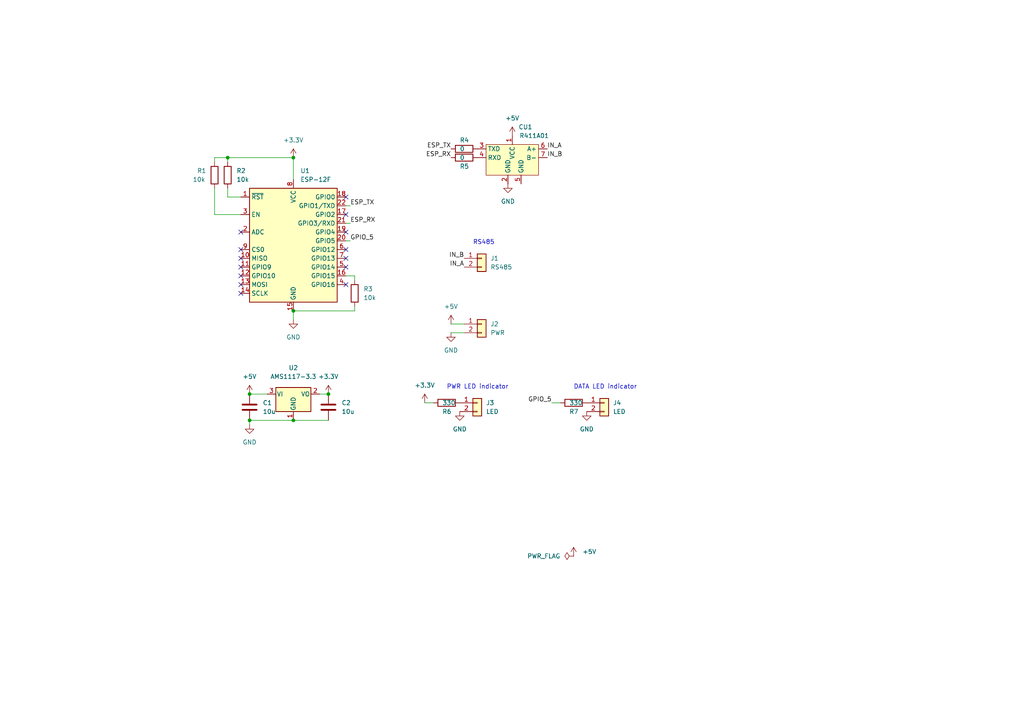
<source format=kicad_sch>
(kicad_sch (version 20211123) (generator eeschema)
  (paper "A4")
  (lib_symbols
    (symbol "-local:R411A01"
      (property "Reference" "CU" (at 10.16 0 0))
      (property "Value" "R411A01" (at 12.7 -2.54 0))
      (symbol "R411A01_0_1"
        (rectangle (start 0 -3.81) (end 15.24 -12.7) (fill (type background)))
      )
      (symbol "R411A01_1_1"
        (pin power_in line (at 7.62 -1.27 270) (length 2.54) (name "VCC") (number "1"))
        (pin power_in line (at 6.35 -15.24 90) (length 2.54) (name "GND") (number "2"))
        (pin bidirectional line (at -2.54 -5.08 0) (length 2.54) (name "TXD") (number "3"))
        (pin bidirectional line (at -2.54 -7.62 0) (length 2.54) (name "RXD") (number "4"))
        (pin power_in line (at 10.16 -15.24 90) (length 2.54) (name "GND") (number "5"))
        (pin bidirectional line (at 17.78 -5.08 180) (length 2.54) (name "A+") (number "6"))
        (pin bidirectional line (at 17.78 -7.62 180) (length 2.54) (name "B-") (number "7"))
      )
    )
    (symbol "Connector_Generic:Conn_01x02" (pin_names (offset 1.016) hide)
      (property "Reference" "J" (at 0 2.54 0))
      (property "Value" "Conn_01x02" (at 0 -5.08 0))
      (symbol "Conn_01x02_1_1"
        (rectangle (start -1.27 -2.413) (end 0 -2.667) (stroke (width 0.1524)))
        (rectangle (start -1.27 0.127) (end 0 -0.127) (stroke (width 0.1524)))
        (rectangle (start -1.27 1.27) (end 1.27 -3.81) (stroke (width 0.254)) (fill (type background)))
        (pin passive line (at -5.08 0 0) (length 3.81) (name "Pin_1") (number "1"))
        (pin passive line (at -5.08 -2.54 0) (length 3.81) (name "Pin_2") (number "2"))
      )
    )
    (symbol "Device:C" (pin_numbers hide) (pin_names (offset 0.254))
      (property "Reference" "C" (at 0.635 2.54 0))
      (property "Value" "C" (at 0.635 -2.54 0))
      (symbol "C_0_1"
        (polyline (pts (xy -2.032 -0.762) (xy 2.032 -0.762)) (stroke (width 0.508)))
        (polyline (pts (xy -2.032 0.762) (xy 2.032 0.762)) (stroke (width 0.508)))
      )
      (symbol "C_1_1"
        (pin passive line (at 0 3.81 270) (length 2.794) (name "~") (number "1"))
        (pin passive line (at 0 -3.81 90) (length 2.794) (name "~") (number "2"))
      )
    )
    (symbol "Device:R" (pin_numbers hide) (pin_names (offset 0))
      (property "Reference" "R" (at 2.032 0 90))
      (property "Value" "R" (at 0 0 90))
      (symbol "R_0_1"
        (rectangle (start -1.016 -2.54) (end 1.016 2.54) (stroke (width 0.254)))
      )
      (symbol "R_1_1"
        (pin passive line (at 0 3.81 270) (length 1.27) (name "~") (number "1"))
        (pin passive line (at 0 -3.81 90) (length 1.27) (name "~") (number "2"))
      )
    )
    (symbol "RF_Module:ESP-12F"
      (property "Reference" "U" (at -12.7 19.05 0))
      (property "Value" "ESP-12F" (at 12.7 19.05 0))
      (symbol "ESP-12F_0_1"
        (rectangle (start -12.7 17.78) (end 12.7 -15.24) (stroke (width 0.254)) (fill (type background)))
      )
      (symbol "ESP-12F_1_1"
        (pin input line (at -15.24 15.24 0) (length 2.54) (name "~{RST}") (number "1"))
        (pin bidirectional line (at -15.24 -2.54 0) (length 2.54) (name "MISO") (number "10"))
        (pin bidirectional line (at -15.24 -5.08 0) (length 2.54) (name "GPIO9") (number "11"))
        (pin bidirectional line (at -15.24 -7.62 0) (length 2.54) (name "GPIO10") (number "12"))
        (pin bidirectional line (at -15.24 -10.16 0) (length 2.54) (name "MOSI") (number "13"))
        (pin bidirectional line (at -15.24 -12.7 0) (length 2.54) (name "SCLK") (number "14"))
        (pin power_in line (at 0 -17.78 90) (length 2.54) (name "GND") (number "15"))
        (pin bidirectional line (at 15.24 -7.62 180) (length 2.54) (name "GPIO15") (number "16"))
        (pin bidirectional line (at 15.24 10.16 180) (length 2.54) (name "GPIO2") (number "17"))
        (pin bidirectional line (at 15.24 15.24 180) (length 2.54) (name "GPIO0") (number "18"))
        (pin bidirectional line (at 15.24 5.08 180) (length 2.54) (name "GPIO4") (number "19"))
        (pin input line (at -15.24 5.08 0) (length 2.54) (name "ADC") (number "2"))
        (pin bidirectional line (at 15.24 2.54 180) (length 2.54) (name "GPIO5") (number "20"))
        (pin bidirectional line (at 15.24 7.62 180) (length 2.54) (name "GPIO3/RXD") (number "21"))
        (pin bidirectional line (at 15.24 12.7 180) (length 2.54) (name "GPIO1/TXD") (number "22"))
        (pin input line (at -15.24 10.16 0) (length 2.54) (name "EN") (number "3"))
        (pin bidirectional line (at 15.24 -10.16 180) (length 2.54) (name "GPIO16") (number "4"))
        (pin bidirectional line (at 15.24 -5.08 180) (length 2.54) (name "GPIO14") (number "5"))
        (pin bidirectional line (at 15.24 0 180) (length 2.54) (name "GPIO12") (number "6"))
        (pin bidirectional line (at 15.24 -2.54 180) (length 2.54) (name "GPIO13") (number "7"))
        (pin power_in line (at 0 20.32 270) (length 2.54) (name "VCC") (number "8"))
        (pin input line (at -15.24 0 0) (length 2.54) (name "CS0") (number "9"))
      )
    )
    (symbol "Regulator_Linear:AMS1117-3.3" (pin_names (offset 0.254))
      (property "Reference" "U" (at -3.81 3.175 0))
      (property "Value" "AMS1117-3.3" (at 0 3.175 0))
      (symbol "AMS1117-3.3_0_1"
        (rectangle (start -5.08 -5.08) (end 5.08 1.905) (stroke (width 0.254)) (fill (type background)))
      )
      (symbol "AMS1117-3.3_1_1"
        (pin power_in line (at 0 -7.62 90) (length 2.54) (name "GND") (number "1"))
        (pin power_out line (at 7.62 0 180) (length 2.54) (name "VO") (number "2"))
        (pin power_in line (at -7.62 0 0) (length 2.54) (name "VI") (number "3"))
      )
    )
    (symbol "power:+3.3V" (power) (pin_names (offset 0))
      (property "Value" "+3.3V" (at 0 3.556 0))
      (symbol "+3.3V_0_1"
        (polyline (pts (xy -0.762 1.27) (xy 0 2.54)))
        (polyline (pts (xy 0 0) (xy 0 2.54)))
        (polyline (pts (xy 0 2.54) (xy 0.762 1.27)))
      )
      (symbol "+3.3V_1_1"
        (pin power_in line (at 0 0 90) (length 0) hide (name "+3.3V") (number "1"))
      )
    )
    (symbol "power:+5V" (power) (pin_names (offset 0))
      (property "Value" "+5V" (at 0 3.556 0))
      (symbol "+5V_0_1"
        (polyline (pts (xy -0.762 1.27) (xy 0 2.54)))
        (polyline (pts (xy 0 0) (xy 0 2.54)))
        (polyline (pts (xy 0 2.54) (xy 0.762 1.27)))
      )
      (symbol "+5V_1_1"
        (pin power_in line (at 0 0 90) (length 0) hide (name "+5V") (number "1"))
      )
    )
    (symbol "power:GND" (power) (pin_names (offset 0))
      (property "Value" "GND" (at 0 -3.81 0))
      (symbol "GND_0_1"
        (polyline (pts (xy 0 0) (xy 0 -1.27) (xy 1.27 -1.27) (xy 0 -2.54) (xy -1.27 -1.27) (xy 0 -1.27)))
      )
      (symbol "GND_1_1"
        (pin power_in line (at 0 0 270) (length 0) hide (name "GND") (number "1"))
      )
    )
    (symbol "power:PWR_FLAG" (power) (pin_numbers hide) (pin_names (offset 0) hide)
      (property "Value" "PWR_FLAG" (at 0 3.81 0))
      (symbol "PWR_FLAG_0_0"
        (pin power_out line (at 0 0 90) (length 0) (name "pwr") (number "1"))
      )
      (symbol "PWR_FLAG_0_1"
        (polyline (pts (xy 0 0) (xy 0 1.27) (xy -1.016 1.905) (xy 0 2.54) (xy 1.016 1.905) (xy 0 1.27)))
      )
    )
  )
  (junction (at 72.39 114.3))
  (junction (at 95.25 114.3))
  (junction (at 72.39 121.92))
  (junction (at 85.09 90.17))
  (junction (at 85.09 45.72))
  (junction (at 85.09 121.92))
  (junction (at 66.04 45.72))
  (no_connect (at 100.33 67.31))
  (no_connect (at 69.85 74.93))
  (no_connect (at 100.33 74.93))
  (no_connect (at 100.33 72.39))
  (no_connect (at 100.33 82.55))
  (no_connect (at 100.33 62.23))
  (no_connect (at 100.33 57.15))
  (no_connect (at 100.33 77.47))
  (no_connect (at 69.85 77.47))
  (no_connect (at 69.85 72.39))
  (no_connect (at 69.85 82.55))
  (no_connect (at 69.85 67.31))
  (no_connect (at 69.85 80.01))
  (no_connect (at 69.85 85.09))
  (wire (pts (xy 123.19 116.84) (xy 125.73 116.84)))
  (wire (pts (xy 130.81 96.52) (xy 134.62 96.52)))
  (wire (pts (xy 102.87 80.01) (xy 102.87 81.28)))
  (wire (pts (xy 130.81 93.98) (xy 134.62 93.98)))
  (wire (pts (xy 62.23 46.99) (xy 62.23 45.72)))
  (wire (pts (xy 102.87 88.9) (xy 102.87 90.17)))
  (wire (pts (xy 101.6 59.69) (xy 100.33 59.69)))
  (wire (pts (xy 85.09 92.71) (xy 85.09 90.17)))
  (wire (pts (xy 160.02 116.84) (xy 162.56 116.84)))
  (wire (pts (xy 69.85 62.23) (xy 62.23 62.23)))
  (wire (pts (xy 85.09 121.92) (xy 95.25 121.92)))
  (wire (pts (xy 66.04 45.72) (xy 85.09 45.72)))
  (wire (pts (xy 66.04 45.72) (xy 66.04 46.99)))
  (wire (pts (xy 101.6 64.77) (xy 100.33 64.77)))
  (wire (pts (xy 72.39 123.19) (xy 72.39 121.92)))
  (wire (pts (xy 95.25 114.3) (xy 92.71 114.3)))
  (wire (pts (xy 72.39 114.3) (xy 77.47 114.3)))
  (wire (pts (xy 102.87 90.17) (xy 85.09 90.17)))
  (wire (pts (xy 101.6 69.85) (xy 100.33 69.85)))
  (wire (pts (xy 66.04 54.61) (xy 66.04 57.15)))
  (wire (pts (xy 72.39 121.92) (xy 85.09 121.92)))
  (wire (pts (xy 62.23 62.23) (xy 62.23 54.61)))
  (wire (pts (xy 66.04 57.15) (xy 69.85 57.15)))
  (wire (pts (xy 100.33 80.01) (xy 102.87 80.01)))
  (wire (pts (xy 62.23 45.72) (xy 66.04 45.72)))
  (wire (pts (xy 85.09 45.72) (xy 85.09 52.07)))
  (text "DATA LED indicator" (at 166.37 113.03 0) (effects (font (size 1.27 1.27)) (justify left bottom)))
  (text "PWR LED indicator" (at 129.54 113.03 0) (effects (font (size 1.27 1.27)) (justify left bottom)))
  (text "RS485\n" (at 137.16 71.12 0) (effects (font (size 1.27 1.27)) (justify left bottom)))
  (label "ESP_TX" (at 101.6 59.69 0))
  (label "ESP_RX" (at 101.6 64.77 0))
  (label "IN_B" (at 158.75 45.72 0))
  (label "IN_A" (at 158.75 43.18 0))
  (label "IN_B" (at 134.62 74.93 180))
  (label "GPIO_5" (at 101.6 69.85 0))
  (label "ESP_RX" (at 130.81 45.72 180))
  (label "GPIO_5" (at 160.02 116.84 180))
  (label "IN_A" (at 134.62 77.47 180))
  (label "ESP_TX" (at 130.81 43.18 180))
  (symbol (lib_id "power:+3.3V") (at 85.09 45.72 0) (unit 1)
    (property "Reference" "#PWR03" (effects hide))
    (property "Value" "+3.3V" (at 85.09 40.64 0))
  )
  (symbol (lib_id "Connector_Generic:Conn_01x02") (at 139.7 93.98 0) (unit 1)
    (property "Reference" "J2" (at 142.24 93.9799 0) (effects (justify left)))
    (property "Value" "PWR" (at 142.24 96.5199 0) (effects (justify left)))
    (property "Footprint" "-local:2pin_pad" (effects hide))
  )
  (symbol (lib_id "Device:C") (at 72.39 118.11 0) (unit 1)
    (property "Reference" "C1" (at 76.2 116.8399 0) (effects (justify left)))
    (property "Value" "10u" (at 76.2 119.3799 0) (effects (justify left)))
    (property "Footprint" "Capacitor_SMD:C_0805_2012Metric" (effects hide))
  )
  (symbol (lib_id "power:+5V") (at 148.59 39.37 0) (unit 1)
    (property "Reference" "#PWR06" (effects hide))
    (property "Value" "+5V" (at 148.59 34.29 0))
  )
  (symbol (lib_id "Device:R") (at 66.04 50.8 0) (unit 1)
    (property "Reference" "R2" (at 68.58 49.5299 0) (effects (justify left)))
    (property "Value" "10k" (at 68.58 52.0699 0) (effects (justify left)))
    (property "Footprint" "Resistor_SMD:R_0805_2012Metric" (effects hide))
  )
  (symbol (lib_id "Device:R") (at 102.87 85.09 0) (unit 1)
    (property "Reference" "R3" (at 105.41 83.8199 0) (effects (justify left)))
    (property "Value" "10k" (at 105.41 86.3599 0) (effects (justify left)))
    (property "Footprint" "Resistor_SMD:R_0805_2012Metric" (effects hide))
  )
  (symbol (lib_id "power:GND") (at 72.39 123.19 0) (unit 1)
    (property "Reference" "#PWR02" (effects hide))
    (property "Value" "GND" (at 72.39 128.27 0))
  )
  (symbol (lib_id "Connector_Generic:Conn_01x02") (at 175.26 116.84 0) (unit 1)
    (property "Reference" "J4" (at 177.8 116.8399 0) (effects (justify left)))
    (property "Value" "LED" (at 177.8 119.3799 0) (effects (justify left)))
    (property "Footprint" "LED_SMD:LED_0805_2012Metric_Pad1.15x1.40mm_HandSolder" (effects hide))
  )
  (symbol (lib_id "power:PWR_FLAG") (at 166.37 161.29 90) (unit 1)
    (property "Reference" "#FLG01" (effects hide))
    (property "Value" "PWR_FLAG" (at 162.56 161.2899 90) (effects (justify left)))
  )
  (symbol (lib_id "RF_Module:ESP-12F") (at 85.09 72.39 0) (unit 1)
    (property "Reference" "U1" (at 87.1094 49.53 0) (effects (justify left)))
    (property "Value" "ESP-12F" (at 87.1094 52.07 0) (effects (justify left)))
    (property "Footprint" "RF_Module:ESP-12E" (effects hide))
    (property "Datasheet" "http://wiki.ai-thinker.com/_media/esp8266/esp8266_series_modules_user_manual_v1.1.pdf" (effects hide))
  )
  (symbol (lib_id "Device:R") (at 129.54 116.84 90) (unit 1)
    (property "Reference" "R6" (at 128.27 119.38 90) (effects (justify right)))
    (property "Value" "330" (at 128.27 116.84 90) (effects (justify right)))
    (property "Footprint" "Resistor_SMD:R_0805_2012Metric" (effects hide))
  )
  (symbol (lib_id "power:GND") (at 130.81 96.52 0) (unit 1)
    (property "Reference" "#PWR09" (effects hide))
    (property "Value" "GND" (at 130.81 101.6 0))
  )
  (symbol (lib_id "power:+3.3V") (at 95.25 114.3 0) (unit 1)
    (property "Reference" "#PWR05" (effects hide))
    (property "Value" "+3.3V" (at 95.25 109.22 0))
  )
  (symbol (lib_id "power:+5V") (at 72.39 114.3 0) (unit 1)
    (property "Reference" "#PWR01" (effects hide))
    (property "Value" "+5V" (at 72.39 109.22 0))
  )
  (symbol (lib_id "Device:C") (at 95.25 118.11 0) (unit 1)
    (property "Reference" "C2" (at 99.06 116.8399 0) (effects (justify left)))
    (property "Value" "10u" (at 99.06 119.3799 0) (effects (justify left)))
    (property "Footprint" "Capacitor_SMD:C_0805_2012Metric" (effects hide))
  )
  (symbol (lib_id "power:GND") (at 85.09 92.71 0) (unit 1)
    (property "Reference" "#PWR04" (effects hide))
    (property "Value" "GND" (at 85.09 97.79 0))
  )
  (symbol (lib_id "power:+3.3V") (at 123.19 116.84 0) (unit 1)
    (property "Reference" "#PWR0102" (effects hide))
    (property "Value" "+3.3V" (at 123.19 111.76 0))
  )
  (symbol (lib_id "power:GND") (at 170.18 119.38 0) (unit 1)
    (property "Reference" "#PWR0103" (effects hide))
    (property "Value" "GND" (at 170.18 124.46 0))
  )
  (symbol (lib_id "-local:R411A01") (at 140.97 38.1 0) (unit 1)
    (property "Reference" "CU1" (at 152.4 36.83 0))
    (property "Value" "R411A01" (at 154.94 39.37 0))
    (property "Footprint" "-local:R411A01" (effects hide))
  )
  (symbol (lib_id "Device:R") (at 134.62 43.18 90) (unit 1)
    (property "Reference" "R4" (at 133.35 40.64 90) (effects (justify right)))
    (property "Value" "0" (at 133.35 43.18 90) (effects (justify right)))
    (property "Footprint" "Resistor_SMD:R_0805_2012Metric" (effects hide))
  )
  (symbol (lib_id "Device:R") (at 166.37 116.84 90) (unit 1)
    (property "Reference" "R7" (at 165.1 119.38 90) (effects (justify right)))
    (property "Value" "330" (at 165.1 116.84 90) (effects (justify right)))
    (property "Footprint" "Resistor_SMD:R_0805_2012Metric" (effects hide))
  )
  (symbol (lib_id "Device:R") (at 134.62 45.72 90) (unit 1)
    (property "Reference" "R5" (at 133.35 48.26 90) (effects (justify right)))
    (property "Value" "0" (at 133.35 45.72 90) (effects (justify right)))
    (property "Footprint" "Resistor_SMD:R_0805_2012Metric" (effects hide))
  )
  (symbol (lib_id "Connector_Generic:Conn_01x02") (at 139.7 74.93 0) (unit 1)
    (property "Reference" "J1" (at 142.24 74.9299 0) (effects (justify left)))
    (property "Value" "RS485" (at 142.24 77.4699 0) (effects (justify left)))
    (property "Footprint" "-local:2pin_pad" (effects hide))
  )
  (symbol (lib_id "Regulator_Linear:AMS1117-3.3") (at 85.09 114.3 0) (unit 1)
    (property "Reference" "U2" (at 85.09 106.68 0))
    (property "Value" "AMS1117-3.3" (at 85.09 109.22 0))
    (property "Footprint" "Package_TO_SOT_SMD:SOT-223-3_TabPin2" (effects hide))
    (property "Datasheet" "http://www.advanced-monolithic.com/pdf/ds1117.pdf" (effects hide))
  )
  (symbol (lib_id "power:+5V") (at 130.81 93.98 0) (unit 1)
    (property "Reference" "#PWR08" (effects hide))
    (property "Value" "+5V" (at 130.81 88.9 0))
  )
  (symbol (lib_id "power:+5V") (at 166.37 161.29 0) (unit 1)
    (property "Reference" "#PWR010" (effects hide))
    (property "Value" "+5V" (at 168.91 160.0199 0) (effects (justify left)))
  )
  (symbol (lib_id "power:GND") (at 147.32 53.34 0) (unit 1)
    (property "Reference" "#PWR0101" (effects hide))
    (property "Value" "GND" (at 147.32 58.42 0))
  )
  (symbol (lib_id "power:GND") (at 133.35 119.38 0) (unit 1)
    (property "Reference" "#PWR011" (effects hide))
    (property "Value" "GND" (at 133.35 124.46 0))
  )
  (symbol (lib_id "Connector_Generic:Conn_01x02") (at 138.43 116.84 0) (unit 1)
    (property "Reference" "J3" (at 140.97 116.8399 0) (effects (justify left)))
    (property "Value" "LED" (at 140.97 119.3799 0) (effects (justify left)))
    (property "Footprint" "LED_SMD:LED_0805_2012Metric_Pad1.15x1.40mm_HandSolder" (effects hide))
  )
  (symbol (lib_id "Device:R") (at 62.23 50.8 0) (unit 1)
    (property "Reference" "R1" (at 57.15 49.53 0) (effects (justify left)))
    (property "Value" "10k" (at 55.88 52.07 0) (effects (justify left)))
    (property "Footprint" "Resistor_SMD:R_0805_2012Metric" (effects hide))
  )
)
</source>
